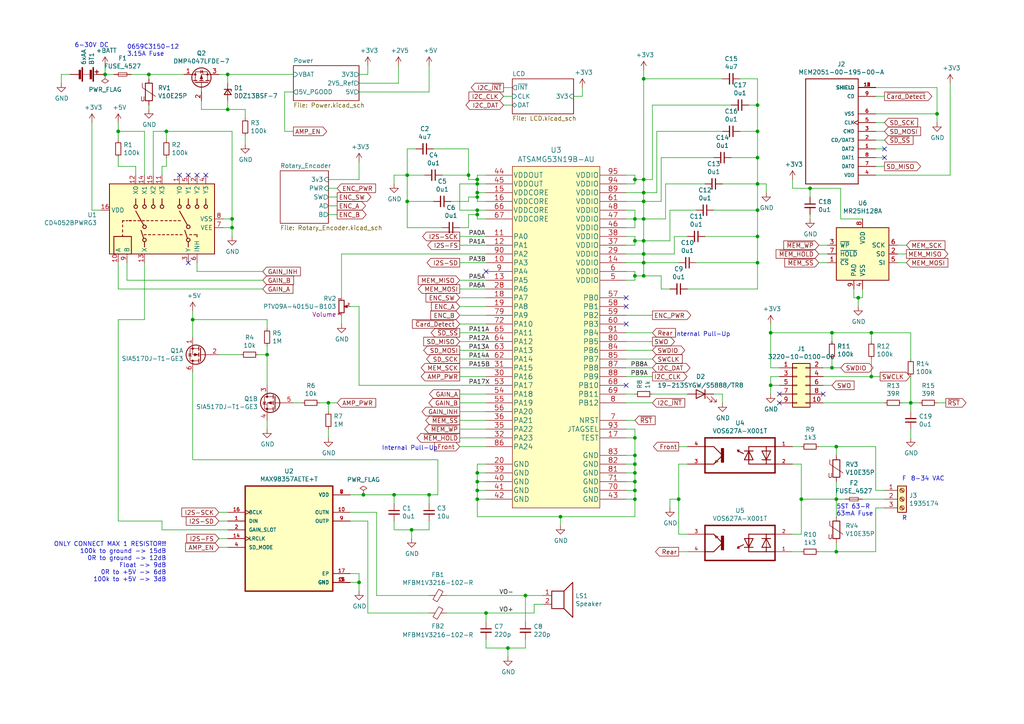
<source format=kicad_sch>
(kicad_sch (version 20211123) (generator eeschema)
  (paper "A4")
  (title_block (title "Musical Doorbell") (date "2022-01-09") (rev "A") (company "Michael Lazernik"))
  (junction (at 104.14 168.91))
  (junction (at 241.3 96.52))
  (junction (at 252.73 96.52))
  (junction (at 30.48 21.59))
  (junction (at 138.43 60.96))
  (junction (at 242.57 144.78))
  (junction (at 66.04 21.59))
  (junction (at 252.73 109.22))
  (junction (at 219.71 45.72))
  (junction (at 184.15 132.08))
  (junction (at 55.88 92.71))
  (junction (at 223.52 111.76))
  (junction (at 271.78 33.02))
  (junction (at 138.43 139.7))
  (junction (at 184.15 63.5))
  (junction (at 242.57 129.54))
  (junction (at 242.57 160.02))
  (junction (at 186.69 80.01))
  (junction (at 196.85 144.78))
  (junction (at 219.71 68.58))
  (junction (at 232.41 144.78))
  (junction (at 124.46 143.51))
  (junction (at 184.15 137.16))
  (junction (at 223.52 96.52))
  (junction (at 105.41 143.51))
  (junction (at 118.11 58.42))
  (junction (at 138.43 62.23))
  (junction (at 186.69 76.2))
  (junction (at 186.69 55.88))
  (junction (at 140.97 177.8))
  (junction (at 186.69 52.07))
  (junction (at 184.15 127))
  (junction (at 138.43 55.88))
  (junction (at 184.15 80.01))
  (junction (at 184.15 134.62))
  (junction (at 219.71 76.2))
  (junction (at 138.43 142.24))
  (junction (at 264.16 116.84))
  (junction (at 219.71 38.1))
  (junction (at 138.43 144.78))
  (junction (at 184.15 142.24))
  (junction (at 119.38 153.67))
  (junction (at 67.31 66.04))
  (junction (at 248.92 86.36))
  (junction (at 95.25 116.84))
  (junction (at 138.43 52.07))
  (junction (at 43.18 21.59))
  (junction (at 34.29 38.1))
  (junction (at 186.69 69.85))
  (junction (at 241.3 106.68))
  (junction (at 152.4 172.72))
  (junction (at 118.11 50.8))
  (junction (at 67.31 63.5))
  (junction (at 138.43 137.16))
  (junction (at 138.43 53.34))
  (junction (at 219.71 53.34))
  (junction (at 184.15 69.85))
  (junction (at 184.15 144.78))
  (junction (at 186.69 73.66))
  (junction (at 114.3 143.51))
  (junction (at 184.15 52.07))
  (junction (at 138.43 57.15))
  (junction (at 234.95 54.61))
  (junction (at 186.69 63.5))
  (junction (at 48.26 38.1))
  (junction (at 135.89 50.8))
  (junction (at 184.15 139.7))
  (junction (at 186.69 22.86))
  (junction (at 162.56 149.86))
  (junction (at 147.32 187.96))
  (junction (at 66.04 31.75))
  (junction (at 219.71 30.48))
  (junction (at 77.47 102.87))
  (junction (at 186.69 58.42))
  (junction (at 219.71 60.96))
  (no_connect (at 181.61 86.36))
  (no_connect (at 226.06 114.3))
  (no_connect (at 181.61 88.9))
  (no_connect (at 226.06 116.84))
  (no_connect (at 140.97 78.74))
  (no_connect (at 52.07 50.8))
  (no_connect (at 256.54 45.72))
  (no_connect (at 54.61 76.2))
  (no_connect (at 59.69 50.8))
  (no_connect (at 256.54 43.18))
  (no_connect (at 57.15 50.8))
  (no_connect (at 54.61 50.8))
  (no_connect (at 181.61 93.98))
  (no_connect (at 238.76 114.3))
  (no_connect (at 181.61 111.76))
  (wire (pts (xy 238.76 116.84) (xy 256.54 116.84)))
  (wire (pts (xy 184.15 52.07) (xy 184.15 53.34)))
  (wire (pts (xy 219.71 53.34) (xy 219.71 60.96)))
  (wire (pts (xy 124.46 143.51) (xy 124.46 146.05)))
  (wire (pts (xy 138.43 52.07) (xy 135.89 52.07)))
  (wire (pts (xy 114.3 50.8) (xy 114.3 53.34)))
  (wire (pts (xy 247.65 86.36) (xy 248.92 86.36)))
  (wire (pts (xy 101.6 88.9) (xy 104.14 88.9)))
  (wire (pts (xy 275.59 50.8) (xy 275.59 24.13)))
  (wire (pts (xy 184.15 134.62) (xy 184.15 137.16)))
  (wire (pts (xy 138.43 142.24) (xy 138.43 144.78)))
  (wire (pts (xy 186.69 55.88) (xy 186.69 52.07)))
  (wire (pts (xy 114.3 50.8) (xy 118.11 50.8)))
  (wire (pts (xy 39.37 48.26) (xy 34.29 48.26)))
  (wire (pts (xy 135.89 43.18) (xy 125.73 43.18)))
  (wire (pts (xy 85.09 26.67) (xy 82.55 26.67)))
  (wire (pts (xy 55.88 92.71) (xy 55.88 90.17)))
  (wire (pts (xy 34.29 38.1) (xy 34.29 35.56)))
  (wire (pts (xy 219.71 53.34) (xy 222.25 53.34)))
  (wire (pts (xy 264.16 96.52) (xy 252.73 96.52)))
  (wire (pts (xy 240.03 73.66) (xy 237.49 73.66)))
  (wire (pts (xy 223.52 96.52) (xy 223.52 106.68)))
  (wire (pts (xy 262.89 76.2) (xy 260.35 76.2)))
  (wire (pts (xy 271.78 33.02) (xy 271.78 35.56)))
  (wire (pts (xy 223.52 109.22) (xy 223.52 111.76)))
  (wire (pts (xy 48.26 38.1) (xy 48.26 40.64)))
  (wire (pts (xy 44.45 38.1) (xy 48.26 38.1)))
  (wire (pts (xy 46.99 153.67) (xy 46.99 151.13)))
  (wire (pts (xy 106.68 21.59) (xy 106.68 19.05)))
  (wire (pts (xy 43.18 21.59) (xy 38.1 21.59)))
  (wire (pts (xy 133.35 71.12) (xy 140.97 71.12)))
  (wire (pts (xy 114.3 143.51) (xy 114.3 146.05)))
  (wire (pts (xy 232.41 134.62) (xy 232.41 144.78)))
  (wire (pts (xy 140.97 114.3) (xy 133.35 114.3)))
  (wire (pts (xy 66.04 21.59) (xy 63.5 21.59)))
  (wire (pts (xy 168.91 27.94) (xy 168.91 25.4)))
  (wire (pts (xy 254 43.18) (xy 256.54 43.18)))
  (wire (pts (xy 181.61 132.08) (xy 184.15 132.08)))
  (wire (pts (xy 36.83 76.2) (xy 36.83 81.28)))
  (wire (pts (xy 135.89 52.07) (xy 135.89 50.8)))
  (wire (pts (xy 238.76 111.76) (xy 241.3 111.76)))
  (wire (pts (xy 152.4 187.96) (xy 147.32 187.96)))
  (wire (pts (xy 104.14 166.37) (xy 104.14 168.91)))
  (wire (pts (xy 63.5 151.13) (xy 66.04 151.13)))
  (wire (pts (xy 229.87 160.02) (xy 232.41 160.02)))
  (wire (pts (xy 186.69 73.66) (xy 186.69 69.85)))
  (wire (pts (xy 30.48 19.05) (xy 30.48 21.59)))
  (wire (pts (xy 125.73 58.42) (xy 118.11 58.42)))
  (wire (pts (xy 138.43 63.5) (xy 140.97 63.5)))
  (wire (pts (xy 237.49 160.02) (xy 242.57 160.02)))
  (wire (pts (xy 101.6 168.91) (xy 104.14 168.91)))
  (wire (pts (xy 140.97 124.46) (xy 133.35 124.46)))
  (wire (pts (xy 186.69 22.86) (xy 209.55 22.86)))
  (wire (pts (xy 66.04 21.59) (xy 85.09 21.59)))
  (wire (pts (xy 140.97 177.8) (xy 140.97 180.34)))
  (wire (pts (xy 226.06 106.68) (xy 223.52 106.68)))
  (wire (pts (xy 46.99 50.8) (xy 46.99 48.26)))
  (wire (pts (xy 181.61 91.44) (xy 189.23 91.44)))
  (wire (pts (xy 254 129.54) (xy 242.57 129.54)))
  (wire (pts (xy 67.31 38.1) (xy 67.31 63.5)))
  (wire (pts (xy 133.35 53.34) (xy 133.35 60.96)))
  (wire (pts (xy 189.23 116.84) (xy 181.61 116.84)))
  (wire (pts (xy 109.22 172.72) (xy 124.46 172.72)))
  (wire (pts (xy 184.15 80.01) (xy 184.15 81.28)))
  (wire (pts (xy 92.71 116.84) (xy 95.25 116.84)))
  (wire (pts (xy 147.32 187.96) (xy 147.32 190.5)))
  (wire (pts (xy 181.61 68.58) (xy 184.15 68.58)))
  (wire (pts (xy 223.52 96.52) (xy 223.52 93.98)))
  (wire (pts (xy 133.35 68.58) (xy 140.97 68.58)))
  (wire (pts (xy 254 160.02) (xy 242.57 160.02)))
  (wire (pts (xy 99.06 73.66) (xy 140.97 73.66)))
  (wire (pts (xy 127 133.35) (xy 127 143.51)))
  (wire (pts (xy 254 40.64) (xy 256.54 40.64)))
  (wire (pts (xy 123.19 50.8) (xy 118.11 50.8)))
  (wire (pts (xy 254 38.1) (xy 256.54 38.1)))
  (wire (pts (xy 204.47 68.58) (xy 219.71 68.58)))
  (wire (pts (xy 250.19 63.5) (xy 243.84 63.5)))
  (wire (pts (xy 97.79 57.15) (xy 95.25 57.15)))
  (wire (pts (xy 201.93 76.2) (xy 219.71 76.2)))
  (wire (pts (xy 181.61 101.6) (xy 189.23 101.6)))
  (wire (pts (xy 55.88 92.71) (xy 77.47 92.71)))
  (wire (pts (xy 219.71 30.48) (xy 219.71 38.1)))
  (wire (pts (xy 181.61 139.7) (xy 184.15 139.7)))
  (wire (pts (xy 55.88 107.95) (xy 55.88 133.35)))
  (wire (pts (xy 140.97 104.14) (xy 133.35 104.14)))
  (wire (pts (xy 129.54 177.8) (xy 140.97 177.8)))
  (wire (pts (xy 219.71 76.2) (xy 219.71 83.82)))
  (wire (pts (xy 66.04 156.21) (xy 63.5 156.21)))
  (wire (pts (xy 184.15 69.85) (xy 186.69 69.85)))
  (wire (pts (xy 135.89 66.04) (xy 133.35 66.04)))
  (wire (pts (xy 229.87 154.94) (xy 232.41 154.94)))
  (wire (pts (xy 191.77 45.72) (xy 207.01 45.72)))
  (wire (pts (xy 186.69 22.86) (xy 186.69 20.32)))
  (wire (pts (xy 138.43 53.34) (xy 138.43 55.88)))
  (wire (pts (xy 190.5 38.1) (xy 209.55 38.1)))
  (wire (pts (xy 85.09 116.84) (xy 87.63 116.84)))
  (wire (pts (xy 140.97 106.68) (xy 133.35 106.68)))
  (wire (pts (xy 254 35.56) (xy 256.54 35.56)))
  (wire (pts (xy 194.31 69.85) (xy 194.31 60.96)))
  (wire (pts (xy 104.14 88.9) (xy 104.14 111.76)))
  (wire (pts (xy 138.43 53.34) (xy 140.97 53.34)))
  (wire (pts (xy 241.3 96.52) (xy 223.52 96.52)))
  (wire (pts (xy 140.97 60.96) (xy 138.43 60.96)))
  (wire (pts (xy 140.97 137.16) (xy 138.43 137.16)))
  (wire (pts (xy 184.15 63.5) (xy 186.69 63.5)))
  (wire (pts (xy 34.29 38.1) (xy 34.29 40.64)))
  (wire (pts (xy 264.16 96.52) (xy 264.16 104.14)))
  (wire (pts (xy 184.15 137.16) (xy 184.15 139.7)))
  (wire (pts (xy 30.48 21.59) (xy 33.02 21.59)))
  (wire (pts (xy 247.65 83.82) (xy 247.65 86.36)))
  (wire (pts (xy 184.15 66.04) (xy 184.15 63.5)))
  (wire (pts (xy 194.31 144.78) (xy 194.31 147.32)))
  (wire (pts (xy 256.54 147.32) (xy 254 147.32)))
  (wire (pts (xy 271.78 25.4) (xy 271.78 33.02)))
  (wire (pts (xy 219.71 60.96) (xy 219.71 68.58)))
  (wire (pts (xy 184.15 121.92) (xy 181.61 121.92)))
  (wire (pts (xy 264.16 109.22) (xy 264.16 116.84)))
  (wire (pts (xy 181.61 96.52) (xy 189.23 96.52)))
  (wire (pts (xy 219.71 30.48) (xy 219.71 22.86)))
  (wire (pts (xy 261.62 116.84) (xy 264.16 116.84)))
  (wire (pts (xy 119.38 156.21) (xy 119.38 153.67)))
  (wire (pts (xy 243.84 54.61) (xy 234.95 54.61)))
  (wire (pts (xy 34.29 92.71) (xy 41.91 92.71)))
  (wire (pts (xy 184.15 68.58) (xy 184.15 69.85)))
  (wire (pts (xy 232.41 144.78) (xy 232.41 154.94)))
  (wire (pts (xy 189.23 52.07) (xy 189.23 30.48)))
  (wire (pts (xy 181.61 104.14) (xy 189.23 104.14)))
  (wire (pts (xy 191.77 80.01) (xy 191.77 83.82)))
  (wire (pts (xy 43.18 21.59) (xy 53.34 21.59)))
  (wire (pts (xy 252.73 104.14) (xy 252.73 109.22)))
  (wire (pts (xy 209.55 116.84) (xy 209.55 114.3)))
  (wire (pts (xy 254 147.32) (xy 254 160.02)))
  (wire (pts (xy 41.91 76.2) (xy 41.91 92.71)))
  (wire (pts (xy 207.01 60.96) (xy 219.71 60.96)))
  (wire (pts (xy 252.73 109.22) (xy 255.27 109.22)))
  (wire (pts (xy 133.35 60.96) (xy 138.43 60.96)))
  (wire (pts (xy 184.15 144.78) (xy 181.61 144.78)))
  (wire (pts (xy 241.3 96.52) (xy 241.3 99.06)))
  (wire (pts (xy 66.04 31.75) (xy 71.12 31.75)))
  (wire (pts (xy 138.43 144.78) (xy 140.97 144.78)))
  (wire (pts (xy 114.3 153.67) (xy 119.38 153.67)))
  (wire (pts (xy 152.4 185.42) (xy 152.4 187.96)))
  (wire (pts (xy 241.3 106.68) (xy 243.84 106.68)))
  (wire (pts (xy 140.97 91.44) (xy 133.35 91.44)))
  (wire (pts (xy 214.63 38.1) (xy 219.71 38.1)))
  (wire (pts (xy 140.97 127) (xy 133.35 127)))
  (wire (pts (xy 181.61 60.96) (xy 184.15 60.96)))
  (wire (pts (xy 66.04 153.67) (xy 46.99 153.67)))
  (wire (pts (xy 252.73 96.52) (xy 252.73 99.06)))
  (wire (pts (xy 241.3 106.68) (xy 241.3 104.14)))
  (wire (pts (xy 48.26 48.26) (xy 48.26 45.72)))
  (wire (pts (xy 55.88 92.71) (xy 55.88 97.79)))
  (wire (pts (xy 138.43 62.23) (xy 135.89 62.23)))
  (wire (pts (xy 264.16 116.84) (xy 264.16 119.38)))
  (wire (pts (xy 77.47 102.87) (xy 77.47 111.76)))
  (wire (pts (xy 140.97 134.62) (xy 138.43 134.62)))
  (wire (pts (xy 184.15 71.12) (xy 181.61 71.12)))
  (wire (pts (xy 189.23 109.22) (xy 181.61 109.22)))
  (wire (pts (xy 77.47 95.25) (xy 77.47 92.71)))
  (wire (pts (xy 133.35 93.98) (xy 140.97 93.98)))
  (wire (pts (xy 184.15 149.86) (xy 162.56 149.86)))
  (wire (pts (xy 138.43 52.07) (xy 138.43 53.34)))
  (wire (pts (xy 229.87 54.61) (xy 234.95 54.61)))
  (wire (pts (xy 55.88 133.35) (xy 127 133.35)))
  (wire (pts (xy 184.15 69.85) (xy 184.15 71.12)))
  (wire (pts (xy 195.58 73.66) (xy 195.58 68.58)))
  (wire (pts (xy 190.5 55.88) (xy 190.5 38.1)))
  (wire (pts (xy 184.15 63.5) (xy 181.61 63.5)))
  (wire (pts (xy 138.43 60.96) (xy 138.43 62.23)))
  (wire (pts (xy 243.84 54.61) (xy 243.84 63.5)))
  (wire (pts (xy 184.15 81.28) (xy 181.61 81.28)))
  (wire (pts (xy 154.94 177.8) (xy 154.94 175.26)))
  (wire (pts (xy 193.04 53.34) (xy 204.47 53.34)))
  (wire (pts (xy 140.97 116.84) (xy 133.35 116.84)))
  (wire (pts (xy 254 142.24) (xy 254 129.54)))
  (wire (pts (xy 101.6 151.13) (xy 106.68 151.13)))
  (wire (pts (xy 71.12 31.75) (xy 71.12 34.29)))
  (wire (pts (xy 196.85 134.62) (xy 196.85 144.78)))
  (wire (pts (xy 222.25 53.34) (xy 222.25 55.88)))
  (wire (pts (xy 140.97 50.8) (xy 138.43 50.8)))
  (wire (pts (xy 140.97 99.06) (xy 133.35 99.06)))
  (wire (pts (xy 254 50.8) (xy 275.59 50.8)))
  (wire (pts (xy 140.97 96.52) (xy 133.35 96.52)))
  (wire (pts (xy 181.61 99.06) (xy 189.23 99.06)))
  (wire (pts (xy 67.31 66.04) (xy 67.31 68.58)))
  (wire (pts (xy 118.11 43.18) (xy 118.11 50.8)))
  (wire (pts (xy 242.57 139.7) (xy 242.57 144.78)))
  (wire (pts (xy 199.39 154.94) (xy 196.85 154.94)))
  (wire (pts (xy 138.43 50.8) (xy 138.43 52.07)))
  (wire (pts (xy 138.43 57.15) (xy 135.89 57.15)))
  (wire (pts (xy 254 48.26) (xy 256.54 48.26)))
  (wire (pts (xy 219.71 45.72) (xy 219.71 53.34)))
  (wire (pts (xy 58.42 31.75) (xy 58.42 29.21)))
  (wire (pts (xy 237.49 129.54) (xy 242.57 129.54)))
  (wire (pts (xy 67.31 63.5) (xy 64.77 63.5)))
  (wire (pts (xy 66.04 29.21) (xy 66.04 31.75)))
  (wire (pts (xy 254 27.94) (xy 256.54 27.94)))
  (wire (pts (xy 104.14 26.67) (xy 124.46 26.67)))
  (wire (pts (xy 95.25 116.84) (xy 97.79 116.84)))
  (wire (pts (xy 186.69 80.01) (xy 191.77 80.01)))
  (wire (pts (xy 184.15 80.01) (xy 186.69 80.01)))
  (wire (pts (xy 186.69 52.07) (xy 189.23 52.07)))
  (wire (pts (xy 95.25 124.46) (xy 95.25 127)))
  (wire (pts (xy 63.5 148.59) (xy 66.04 148.59)))
  (wire (pts (xy 85.09 38.1) (xy 82.55 38.1)))
  (wire (pts (xy 133.35 81.28) (xy 140.97 81.28)))
  (wire (pts (xy 184.15 52.07) (xy 186.69 52.07)))
  (wire (pts (xy 99.06 91.44) (xy 99.06 93.98)))
  (wire (pts (xy 162.56 149.86) (xy 162.56 152.4)))
  (wire (pts (xy 34.29 48.26) (xy 34.29 45.72)))
  (wire (pts (xy 184.15 60.96) (xy 184.15 63.5)))
  (wire (pts (xy 184.15 139.7) (xy 184.15 142.24)))
  (wire (pts (xy 186.69 69.85) (xy 186.69 63.5)))
  (wire (pts (xy 184.15 50.8) (xy 184.15 52.07)))
  (wire (pts (xy 209.55 53.34) (xy 219.71 53.34)))
  (wire (pts (xy 95.25 52.07) (xy 104.14 52.07)))
  (wire (pts (xy 152.4 172.72) (xy 157.48 172.72)))
  (wire (pts (xy 138.43 139.7) (xy 138.43 142.24)))
  (wire (pts (xy 186.69 22.86) (xy 186.69 52.07)))
  (wire (pts (xy 138.43 137.16) (xy 138.43 139.7)))
  (wire (pts (xy 138.43 149.86) (xy 138.43 144.78)))
  (wire (pts (xy 48.26 38.1) (xy 67.31 38.1)))
  (wire (pts (xy 109.22 148.59) (xy 109.22 172.72)))
  (wire (pts (xy 124.46 143.51) (xy 127 143.51)))
  (wire (pts (xy 189.23 30.48) (xy 212.09 30.48)))
  (wire (pts (xy 199.39 114.3) (xy 189.23 114.3)))
  (wire (pts (xy 140.97 86.36) (xy 133.35 86.36)))
  (wire (pts (xy 181.61 66.04) (xy 184.15 66.04)))
  (wire (pts (xy 138.43 55.88) (xy 138.43 57.15)))
  (wire (pts (xy 20.32 21.59) (xy 17.78 21.59)))
  (wire (pts (xy 186.69 69.85) (xy 194.31 69.85)))
  (wire (pts (xy 238.76 109.22) (xy 252.73 109.22)))
  (wire (pts (xy 219.71 22.86) (xy 214.63 22.86)))
  (wire (pts (xy 34.29 151.13) (xy 46.99 151.13)))
  (wire (pts (xy 219.71 83.82) (xy 199.39 83.82)))
  (wire (pts (xy 196.85 144.78) (xy 194.31 144.78)))
  (wire (pts (xy 229.87 54.61) (xy 229.87 52.07)))
  (wire (pts (xy 140.97 55.88) (xy 138.43 55.88)))
  (wire (pts (xy 66.04 24.13) (xy 66.04 21.59)))
  (wire (pts (xy 181.61 134.62) (xy 184.15 134.62)))
  (wire (pts (xy 104.14 21.59) (xy 106.68 21.59)))
  (wire (pts (xy 63.5 102.87) (xy 69.85 102.87)))
  (wire (pts (xy 186.69 63.5) (xy 186.69 58.42)))
  (wire (pts (xy 212.09 45.72) (xy 219.71 45.72)))
  (wire (pts (xy 196.85 160.02) (xy 199.39 160.02)))
  (wire (pts (xy 186.69 63.5) (xy 193.04 63.5)))
  (wire (pts (xy 140.97 187.96) (xy 147.32 187.96)))
  (wire (pts (xy 191.77 58.42) (xy 191.77 45.72)))
  (wire (pts (xy 266.7 116.84) (xy 264.16 116.84)))
  (wire (pts (xy 138.43 134.62) (xy 138.43 137.16)))
  (wire (pts (xy 184.15 124.46) (xy 184.15 127)))
  (wire (pts (xy 140.97 88.9) (xy 133.35 88.9)))
  (wire (pts (xy 254 45.72) (xy 256.54 45.72)))
  (wire (pts (xy 133.35 76.2) (xy 140.97 76.2)))
  (wire (pts (xy 242.57 144.78) (xy 242.57 149.86)))
  (wire (pts (xy 181.61 127) (xy 184.15 127)))
  (wire (pts (xy 101.6 143.51) (xy 105.41 143.51)))
  (wire (pts (xy 138.43 57.15) (xy 138.43 58.42)))
  (wire (pts (xy 186.69 58.42) (xy 191.77 58.42)))
  (wire (pts (xy 17.78 21.59) (xy 17.78 24.13)))
  (wire (pts (xy 250.19 86.36) (xy 250.19 83.82)))
  (wire (pts (xy 184.15 127) (xy 184.15 132.08)))
  (wire (pts (xy 77.47 121.92) (xy 77.47 124.46)))
  (wire (pts (xy 140.97 139.7) (xy 138.43 139.7)))
  (wire (pts (xy 191.77 83.82) (xy 194.31 83.82)))
  (wire (pts (xy 104.14 168.91) (xy 104.14 171.45)))
  (wire (pts (xy 146.05 30.48) (xy 148.59 30.48)))
  (wire (pts (xy 95.25 116.84) (xy 95.25 119.38)))
  (wire (pts (xy 66.04 31.75) (xy 58.42 31.75)))
  (wire (pts (xy 106.68 177.8) (xy 124.46 177.8)))
  (wire (pts (xy 195.58 68.58) (xy 199.39 68.58)))
  (wire (pts (xy 29.21 60.96) (xy 26.67 60.96)))
  (wire (pts (xy 237.49 76.2) (xy 240.03 76.2)))
  (wire (pts (xy 140.97 121.92) (xy 133.35 121.92)))
  (wire (pts (xy 34.29 92.71) (xy 34.29 151.13)))
  (wire (pts (xy 135.89 50.8) (xy 128.27 50.8)))
  (wire (pts (xy 57.15 76.2) (xy 57.15 78.74)))
  (wire (pts (xy 34.29 83.82) (xy 76.2 83.82)))
  (wire (pts (xy 154.94 175.26) (xy 157.48 175.26)))
  (wire (pts (xy 135.89 58.42) (xy 130.81 58.42)))
  (wire (pts (xy 104.14 111.76) (xy 140.97 111.76)))
  (wire (pts (xy 189.23 106.68) (xy 181.61 106.68)))
  (wire (pts (xy 104.14 52.07) (xy 104.14 46.99)))
  (wire (pts (xy 181.61 55.88) (xy 186.69 55.88)))
  (wire (pts (xy 71.12 39.37) (xy 71.12 41.91)))
  (wire (pts (xy 184.15 78.74) (xy 184.15 80.01)))
  (wire (pts (xy 184.15 114.3) (xy 181.61 114.3)))
  (wire (pts (xy 133.35 83.82) (xy 140.97 83.82)))
  (wire (pts (xy 248.92 86.36) (xy 248.92 88.9)))
  (wire (pts (xy 135.89 50.8) (xy 135.89 43.18)))
  (wire (pts (xy 148.59 27.94) (xy 146.05 27.94)))
  (wire (pts (xy 196.85 144.78) (xy 196.85 154.94)))
  (wire (pts (xy 193.04 63.5) (xy 193.04 53.34)))
  (wire (pts (xy 181.61 124.46) (xy 184.15 124.46)))
  (wire (pts (xy 34.29 76.2) (xy 34.29 83.82)))
  (wire (pts (xy 232.41 134.62) (xy 229.87 134.62)))
  (wire (pts (xy 242.57 157.48) (xy 242.57 160.02)))
  (wire (pts (xy 97.79 59.69) (xy 95.25 59.69)))
  (wire (pts (xy 97.79 54.61) (xy 95.25 54.61)))
  (wire (pts (xy 146.05 25.4) (xy 148.59 25.4)))
  (wire (pts (xy 43.18 22.86) (xy 43.18 21.59)))
  (wire (pts (xy 252.73 96.52) (xy 241.3 96.52)))
  (wire (pts (xy 186.69 76.2) (xy 186.69 73.66)))
  (wire (pts (xy 181.61 78.74) (xy 184.15 78.74)))
  (wire (pts (xy 248.92 86.36) (xy 250.19 86.36)))
  (wire (pts (xy 223.52 111.76) (xy 226.06 111.76)))
  (wire (pts (xy 186.69 55.88) (xy 190.5 55.88)))
  (wire (pts (xy 186.69 58.42) (xy 186.69 55.88)))
  (wire (pts (xy 39.37 50.8) (xy 39.37 48.26)))
  (wire (pts (xy 199.39 129.54) (xy 196.85 129.54)))
  (wire (pts (xy 74.93 102.87) (xy 77.47 102.87)))
  (wire (pts (xy 232.41 144.78) (xy 242.57 144.78)))
  (wire (pts (xy 115.57 24.13) (xy 115.57 19.05)))
  (wire (pts (xy 226.06 109.22) (xy 223.52 109.22)))
  (wire (pts (xy 26.67 35.56) (xy 26.67 60.96)))
  (wire (pts (xy 118.11 66.04) (xy 128.27 66.04)))
  (wire (pts (xy 138.43 62.23) (xy 138.43 63.5)))
  (wire (pts (xy 124.46 26.67) (xy 124.46 19.05)))
  (wire (pts (xy 120.65 43.18) (xy 118.11 43.18)))
  (wire (pts (xy 194.31 60.96) (xy 201.93 60.96)))
  (wire (pts (xy 262.89 73.66) (xy 260.35 73.66)))
  (wire (pts (xy 66.04 158.75) (xy 63.5 158.75)))
  (wire (pts (xy 105.41 143.51) (xy 114.3 143.51)))
  (wire (pts (xy 140.97 185.42) (xy 140.97 187.96)))
  (wire (pts (xy 234.95 62.23) (xy 234.95 63.5)))
  (wire (pts (xy 186.69 76.2) (xy 196.85 76.2)))
  (wire (pts (xy 106.68 151.13) (xy 106.68 177.8)))
  (wire (pts (xy 140.97 177.8) (xy 154.94 177.8)))
  (wire (pts (xy 101.6 166.37) (xy 104.14 166.37)))
  (wire (pts (xy 46.99 48.26) (xy 48.26 48.26)))
  (wire (pts (xy 101.6 148.59) (xy 109.22 148.59)))
  (wire (pts (xy 97.79 62.23) (xy 95.25 62.23)))
  (wire (pts (xy 140.97 129.54) (xy 133.35 129.54)))
  (wire (pts (xy 181.61 137.16) (xy 184.15 137.16)))
  (wire (pts (xy 184.15 53.34) (xy 181.61 53.34)))
  (wire (pts (xy 129.54 172.72) (xy 152.4 172.72)))
  (wire (pts (xy 41.91 38.1) (xy 41.91 50.8)))
  (wire (pts (xy 140.97 142.24) (xy 138.43 142.24)))
  (wire (pts (xy 135.89 57.15) (xy 135.89 58.42)))
  (wire (pts (xy 256.54 144.78) (xy 250.19 144.78)))
  (wire (pts (xy 184.15 132.08) (xy 184.15 134.62)))
  (wire (pts (xy 140.97 101.6) (xy 133.35 101.6)))
  (wire (pts (xy 254 25.4) (xy 271.78 25.4)))
  (wire (pts (xy 67.31 63.5) (xy 67.31 66.04)))
  (wire (pts (xy 140.97 119.38) (xy 133.35 119.38)))
  (wire (pts (xy 181.61 76.2) (xy 186.69 76.2)))
  (wire (pts (xy 119.38 153.67) (xy 124.46 153.67)))
  (wire (pts (xy 43.18 30.48) (xy 43.18 31.75)))
  (wire (pts (xy 99.06 73.66) (xy 99.06 86.36)))
  (wire (pts (xy 124.46 153.67) (xy 124.46 151.13)))
  (wire (pts (xy 234.95 54.61) (xy 234.95 57.15)))
  (wire (pts (xy 64.77 66.04) (xy 67.31 66.04)))
  (wire (pts (xy 104.14 24.13) (xy 115.57 24.13)))
  (wire (pts (xy 242.57 144.78) (xy 245.11 144.78)))
  (wire (pts (xy 238.76 106.68) (xy 241.3 106.68)))
  (wire (pts (xy 57.15 78.74) (xy 76.2 78.74)))
  (wire (pts (xy 262.89 71.12) (xy 260.35 71.12)))
  (wire (pts (xy 186.69 73.66) (xy 195.58 73.66)))
  (wire (pts (xy 44.45 50.8) (xy 44.45 38.1)))
  (wire (pts (xy 181.61 58.42) (xy 186.69 58.42)))
  (wire (pts (xy 217.17 30.48) (xy 219.71 30.48)))
  (wire (pts (xy 184.15 144.78) (xy 184.15 149.86)))
  (wire (pts (xy 181.61 50.8) (xy 184.15 50.8)))
  (wire (pts (xy 219.71 68.58) (xy 219.71 76.2)))
  (wire (pts (xy 237.49 71.12) (xy 240.03 71.12)))
  (wire (pts (xy 135.89 62.23) (xy 135.89 66.04)))
  (wire (pts (xy 114.3 151.13) (xy 114.3 153.67)))
  (wire (pts (xy 118.11 58.42) (xy 118.11 66.04)))
  (wire (pts (xy 138.43 53.34) (xy 133.35 53.34)))
  (wire (pts (xy 138.43 58.42) (xy 140.97 58.42)))
  (wire (pts (xy 82.55 26.67) (xy 82.55 38.1)))
  (wire (pts (xy 242.57 129.54) (xy 242.57 132.08)))
  (wire (pts (xy 140.97 109.22) (xy 133.35 109.22)))
  (wire (pts (xy 36.83 81.28) (xy 76.2 81.28)))
  (wire (pts (xy 223.52 111.76) (xy 223.52 114.3)))
  (wire (pts (xy 181.61 73.66) (xy 186.69 73.66)))
  (wire (pts (xy 77.47 102.87) (xy 77.47 100.33)))
  (wire (pts (xy 256.54 142.24) (xy 254 142.24)))
  (wire (pts (xy 271.78 116.84) (xy 274.32 116.84)))
  (wire (pts (xy 152.4 172.72) (xy 152.4 180.34)))
  (wire (pts (xy 114.3 143.51) (xy 124.46 143.51)))
  (wire (pts (xy 229.87 129.54) (xy 232.41 129.54)))
  (wire (pts (xy 166.37 27.94) (xy 168.91 27.94)))
  (wire (pts (xy 184.15 142.24) (xy 184.15 144.78)))
  (wire (pts (xy 34.29 38.1) (xy 41.91 38.1)))
  (wire (pts (xy 199.39 134.62) (xy 196.85 134.62)))
  (wire (pts (xy 271.78 33.02) (xy 254 33.02)))
  (wire (pts (xy 118.11 50.8) (xy 118.11 58.42)))
  (wire (pts (xy 162.56 149.86) (xy 138.43 149.86)))
  (wire (pts (xy 181.61 142.24) (xy 184.15 142.24)))
  (wire (pts (xy 209.55 114.3) (xy 207.01 114.3)))
  (wire (pts (xy 186.69 80.01) (xy 186.69 76.2)))
  (wire (pts (xy 219.71 38.1) (xy 219.71 45.72)))
  (wire (pts (xy 264.16 124.46) (xy 264.16 127)))
  (text "F" (at 261.62 139.7 0) (effects (font (size 1.27 1.27)) (justify left bottom)))
  (text "6-30V DC" (at 21.59 13.97 0) (effects (font (size 1.27 1.27)) (justify left bottom)))
  (text "Internal Pull-Up" (at 127 130.81 180) (effects (font (size 1.27 1.27)) (justify right bottom)))
  (text "8-34 VAC" (at 264.16 139.7 0) (effects (font (size 1.27 1.27)) (justify left bottom)))
  (text "R" (at 261.62 151.13 0) (effects (font (size 1.27 1.27)) (justify left bottom)))
  (text "Internal Pull-Up" (at 195.58 97.79 0) (effects (font (size 1.27 1.27)) (justify left bottom)))
  (text "0659C3150-12\n3.15A Fuse" (at 36.83 16.51 0) (effects (font (size 1.27 1.27)) (justify left bottom)))
  (text "ONLY CONNECT MAX 1 RESISTOR!!\n100k to ground -> 15dB\n0R to ground -> 12dB\nFloat -> 9dB\n0R to +5V -> 6dB\n100k to +5V -> 3dB" (at 48.26 168.91 0) (effects (font (size 1.27 1.27)) (justify right bottom)))
  (text "5ST 63-R\n63mA Fuse" (at 242.57 149.86 0) (effects (font (size 1.27 1.27)) (justify left bottom)))
  (label "PB8A" (at 182.88 106.68 0))
  (label "PB9A" (at 182.88 109.22 0))
  (label "PA12A" (at 135.89 99.06 0))
  (label "PA13A" (at 135.89 101.6 0))
  (label "PA3B" (at 135.89 76.2 0))
  (label "PA17X" (at 135.89 111.76 0))
  (label "PA14A" (at 135.89 104.14 0))
  (label "PA6A" (at 135.89 83.82 0))
  (label "PA5A" (at 135.89 81.28 0))
  (label "PA0A" (at 135.89 68.58 0))
  (label "VO-" (at 144.78 172.72 0))
  (label "PA15B" (at 135.89 106.68 0))
  (label "VO+" (at 144.78 177.8 0))
  (label "PA1A" (at 135.89 71.12 0))
  (label "PA11A" (at 135.89 96.52 0))
  (global_label "~{RST}" (shape output) (at 274.32 116.84 0) (property "Intersheet References" "${INTERSHEET_REFS}" (effects hide)))
  (global_label "SD_SCK" (shape output) (at 133.35 104.14 180) (property "Intersheet References" "${INTERSHEET_REFS}" (effects hide)))
  (global_label "Rear" (shape output) (at 196.85 160.02 180) (property "Intersheet References" "${INTERSHEET_REFS}" (effects hide)))
  (global_label "ENC_PWR" (shape output) (at 189.23 91.44 0) (property "Intersheet References" "${INTERSHEET_REFS}" (effects hide)))
  (global_label "ENC_SW" (shape input) (at 133.35 86.36 180) (property "Intersheet References" "${INTERSHEET_REFS}" (effects hide)))
  (global_label "SWDIO" (shape bidirectional) (at 243.84 106.68 0) (property "Intersheet References" "${INTERSHEET_REFS}" (effects hide)))
  (global_label "SD_MISO" (shape input) (at 133.35 99.06 180) (property "Intersheet References" "${INTERSHEET_REFS}" (effects hide)))
  (global_label "AMP_PWR" (shape output) (at 133.35 109.22 180) (property "Intersheet References" "${INTERSHEET_REFS}" (effects hide)))
  (global_label "~{Card_Detect}" (shape output) (at 256.54 27.94 0) (property "Intersheet References" "${INTERSHEET_REFS}" (effects hide)))
  (global_label "GAIN_B" (shape output) (at 133.35 116.84 180) (property "Intersheet References" "${INTERSHEET_REFS}" (effects hide)))
  (global_label "GAIN_A" (shape input) (at 76.2 83.82 0) (property "Intersheet References" "${INTERSHEET_REFS}" (effects hide)))
  (global_label "SWO" (shape input) (at 241.3 111.76 0) (property "Intersheet References" "${INTERSHEET_REFS}" (effects hide)))
  (global_label "AMP_EN" (shape input) (at 63.5 158.75 180) (property "Intersheet References" "${INTERSHEET_REFS}" (effects hide)))
  (global_label "ENC_A" (shape output) (at 97.79 59.69 0) (property "Intersheet References" "${INTERSHEET_REFS}" (effects hide)))
  (global_label "I2C_DAT" (shape bidirectional) (at 146.05 30.48 180) (property "Intersheet References" "${INTERSHEET_REFS}" (effects hide)))
  (global_label "I2S-FS" (shape input) (at 63.5 156.21 180) (property "Intersheet References" "${INTERSHEET_REFS}" (effects hide)))
  (global_label "~{MEM_WP}" (shape input) (at 237.49 71.12 180) (property "Intersheet References" "${INTERSHEET_REFS}" (effects hide)))
  (global_label "SWCLK" (shape output) (at 255.27 109.22 0) (property "Intersheet References" "${INTERSHEET_REFS}" (effects hide)))
  (global_label "~{MEM_SS}" (shape input) (at 237.49 76.2 180) (property "Intersheet References" "${INTERSHEET_REFS}" (effects hide)))
  (global_label "Rear" (shape input) (at 189.23 96.52 0) (property "Intersheet References" "${INTERSHEET_REFS}" (effects hide)))
  (global_label "MEM_MISO" (shape output) (at 262.89 73.66 0) (property "Intersheet References" "${INTERSHEET_REFS}" (effects hide)))
  (global_label "SD_MOSI" (shape input) (at 256.54 38.1 0) (property "Intersheet References" "${INTERSHEET_REFS}" (effects hide)))
  (global_label "SD_MOSI" (shape output) (at 133.35 101.6 180) (property "Intersheet References" "${INTERSHEET_REFS}" (effects hide)))
  (global_label "Front" (shape input) (at 133.35 129.54 180) (property "Intersheet References" "${INTERSHEET_REFS}" (effects hide)))
  (global_label "I2C_CLK" (shape input) (at 146.05 27.94 180) (property "Intersheet References" "${INTERSHEET_REFS}" (effects hide)))
  (global_label "I2C_CLK" (shape output) (at 189.23 109.22 0) (property "Intersheet References" "${INTERSHEET_REFS}" (effects hide)))
  (global_label "~{MEM_HOLD}" (shape output) (at 133.35 127 180) (property "Intersheet References" "${INTERSHEET_REFS}" (effects hide)))
  (global_label "MEM_SCK" (shape output) (at 133.35 106.68 180) (property "Intersheet References" "${INTERSHEET_REFS}" (effects hide)))
  (global_label "AMP_PWR" (shape input) (at 97.79 116.84 0) (property "Intersheet References" "${INTERSHEET_REFS}" (effects hide)))
  (global_label "AMP_EN" (shape output) (at 85.09 38.1 0) (property "Intersheet References" "${INTERSHEET_REFS}" (effects hide)))
  (global_label "SD_SCK" (shape input) (at 256.54 35.56 0) (property "Intersheet References" "${INTERSHEET_REFS}" (effects hide)))
  (global_label "GAIN_INH" (shape output) (at 133.35 119.38 180) (property "Intersheet References" "${INTERSHEET_REFS}" (effects hide)))
  (global_label "MEM_MISO" (shape input) (at 133.35 81.28 180) (property "Intersheet References" "${INTERSHEET_REFS}" (effects hide)))
  (global_label "GAIN_A" (shape output) (at 133.35 114.3 180) (property "Intersheet References" "${INTERSHEET_REFS}" (effects hide)))
  (global_label "SWO" (shape output) (at 189.23 99.06 0) (property "Intersheet References" "${INTERSHEET_REFS}" (effects hide)))
  (global_label "~{Card_Detect}" (shape input) (at 133.35 93.98 180) (property "Intersheet References" "${INTERSHEET_REFS}" (effects hide)))
  (global_label "ENC_B" (shape input) (at 133.35 91.44 180) (property "Intersheet References" "${INTERSHEET_REFS}" (effects hide)))
  (global_label "MEM_SCK" (shape input) (at 262.89 71.12 0) (property "Intersheet References" "${INTERSHEET_REFS}" (effects hide)))
  (global_label "~{SD_SS}" (shape output) (at 133.35 96.52 180) (property "Intersheet References" "${INTERSHEET_REFS}" (effects hide)))
  (global_label "I2S-SCK" (shape output) (at 133.35 68.58 180) (property "Intersheet References" "${INTERSHEET_REFS}" (effects hide)))
  (global_label "~{MEM_SS}" (shape output) (at 133.35 121.92 180) (property "Intersheet References" "${INTERSHEET_REFS}" (effects hide)))
  (global_label "~{RST}" (shape input) (at 184.15 121.92 0) (property "Intersheet References" "${INTERSHEET_REFS}" (effects hide)))
  (global_label "ENC_A" (shape input) (at 133.35 88.9 180) (property "Intersheet References" "${INTERSHEET_REFS}" (effects hide)))
  (global_label "SD_MISO" (shape output) (at 256.54 48.26 0) (property "Intersheet References" "${INTERSHEET_REFS}" (effects hide)))
  (global_label "I2S-SCK" (shape input) (at 63.5 148.59 180) (property "Intersheet References" "${INTERSHEET_REFS}" (effects hide)))
  (global_label "GAIN_B" (shape input) (at 76.2 81.28 0) (property "Intersheet References" "${INTERSHEET_REFS}" (effects hide)))
  (global_label "Front" (shape output) (at 196.85 129.54 180) (property "Intersheet References" "${INTERSHEET_REFS}" (effects hide)))
  (global_label "ENC_B" (shape output) (at 97.79 62.23 0) (property "Intersheet References" "${INTERSHEET_REFS}" (effects hide)))
  (global_label "I2C_DAT" (shape bidirectional) (at 189.23 106.68 0) (property "Intersheet References" "${INTERSHEET_REFS}" (effects hide)))
  (global_label "MEM_MOSI" (shape input) (at 262.89 76.2 0) (property "Intersheet References" "${INTERSHEET_REFS}" (effects hide)))
  (global_label "I2S-SD" (shape input) (at 63.5 151.13 180) (property "Intersheet References" "${INTERSHEET_REFS}" (effects hide)))
  (global_label "MEM_MOSI" (shape output) (at 133.35 83.82 180) (property "Intersheet References" "${INTERSHEET_REFS}" (effects hide)))
  (global_label "SWDIO" (shape bidirectional) (at 189.23 101.6 0) (property "Intersheet References" "${INTERSHEET_REFS}" (effects hide)))
  (global_label "ENC_SW" (shape output) (at 97.79 57.15 0) (property "Intersheet References" "${INTERSHEET_REFS}" (effects hide)))
  (global_label "ENC_PWR" (shape input) (at 97.79 54.61 0) (property "Intersheet References" "${INTERSHEET_REFS}" (effects hide)))
  (global_label "~{MEM_HOLD}" (shape input) (at 237.49 73.66 180) (property "Intersheet References" "${INTERSHEET_REFS}" (effects hide)))
  (global_label "GAIN_INH" (shape input) (at 76.2 78.74 0) (property "Intersheet References" "${INTERSHEET_REFS}" (effects hide)))
  (global_label "I2S-SD" (shape output) (at 133.35 76.2 180) (property "Intersheet References" "${INTERSHEET_REFS}" (effects hide)))
  (global_label "I2C_~{INT}" (shape output) (at 146.05 25.4 180) (property "Intersheet References" "${INTERSHEET_REFS}" (effects hide)))
  (global_label "SWCLK" (shape input) (at 189.23 104.14 0) (property "Intersheet References" "${INTERSHEET_REFS}" (effects hide)))
  (global_label "~{SD_SS}" (shape input) (at 256.54 40.64 0) (property "Intersheet References" "${INTERSHEET_REFS}" (effects hide)))
  (global_label "I2S-FS" (shape output) (at 133.35 71.12 180) (property "Intersheet References" "${INTERSHEET_REFS}" (effects hide)))
  (global_label "I2C_~{INT}" (shape input) (at 189.23 116.84 0) (property "Intersheet References" "${INTERSHEET_REFS}" (effects hide)))
  (global_label "~{MEM_WP}" (shape output) (at 133.35 124.46 180) (property "Intersheet References" "${INTERSHEET_REFS}" (effects hide)))
  (symbol (lib_id "Doorbell_Capacitor:C_Small") (at 124.46 148.59 0) (unit 1)
    (property "Reference" "C3" (at 126.6952 147.4216 0) (effects (justify left)))
    (property "Value" "10u" (at 126.6952 149.733 0) (effects (justify left)))
    (property "Footprint" "Capacitor_SMD:C_1206_3216Metric_Pad1.33x1.80mm_HandSolder" (effects hide))
  )
  (symbol (lib_id "Doorbell_IC:MAX98357AETE+T") (at 83.82 156.21 0) (unit 1)
    (property "Reference" "U2" (at 83.82 136.652 0))
    (property "Value" "MAX98357AETE+T" (at 83.82 138.9634 0))
    (property "Footprint" "IC:MAX98357AETE_T" (effects hide))
    (property "MF" "Maxim Integrated" (effects hide))
    (property "Description" "Audio Amp Speaker 1-CH Mono Class-D 16-Pin TQFN EP T/R" (effects hide))
    (property "Package" "TQFN-16 Maxim" (effects hide))
    (property "Price" "None" (effects hide))
    (property "MP" "MAX98357AETE+T" (effects hide))
    (property "Availability" "Unavailable" (effects hide))
  )
  (symbol (lib_id "Doorbell_Capacitor:C_Small") (at 114.3 148.59 0) (unit 1)
    (property "Reference" "C1" (at 116.6368 147.4216 0) (effects (justify left)))
    (property "Value" "0u1" (at 116.6368 149.733 0) (effects (justify left)))
    (property "Footprint" "Capacitor_SMD:C_0603_1608Metric_Pad1.08x0.95mm_HandSolder" (effects hide))
  )
  (symbol (lib_id "Doorbell_Inductor_SMD:FerriteBead_Small") (at 127 172.72 270) (unit 1)
    (property "Reference" "FB1" (at 127 166.7002 90))
    (property "Value" "MFBM1V3216-102-R" (at 127 169.0116 90))
    (property "Footprint" "Inductor_SMD:L_1206_3216Metric_Pad1.42x1.75mm_HandSolder" (effects hide))
  )
  (symbol (lib_id "Doorbell_Inductor_SMD:FerriteBead_Small") (at 127 177.8 270) (unit 1)
    (property "Reference" "FB2" (at 127 181.61 90))
    (property "Value" "MFBM1V3216-102-R" (at 127 184.15 90))
    (property "Footprint" "Inductor_SMD:L_1206_3216Metric_Pad1.42x1.75mm_HandSolder" (effects hide))
  )
  (symbol (lib_id "Doorbell_Capacitor:C_Small") (at 140.97 182.88 0) (unit 1)
    (property "Reference" "C7" (at 143.3068 181.7116 0) (effects (justify left)))
    (property "Value" "220p" (at 143.3068 184.023 0) (effects (justify left)))
    (property "Footprint" "Capacitor_SMD:C_0603_1608Metric_Pad1.08x0.95mm_HandSolder" (effects hide))
  )
  (symbol (lib_id "Doorbell_Capacitor:C_Small") (at 152.4 182.88 0) (unit 1)
    (property "Reference" "C8" (at 154.7368 181.7116 0) (effects (justify left)))
    (property "Value" "220p" (at 154.7368 184.023 0) (effects (justify left)))
    (property "Footprint" "Capacitor_SMD:C_0603_1608Metric_Pad1.08x0.95mm_HandSolder" (effects hide))
  )
  (symbol (lib_id "Doorbell_Speaker:Speaker") (at 162.56 172.72 0) (unit 1)
    (property "Reference" "LS1" (at 166.878 172.8216 0) (effects (justify left)))
    (property "Value" "Speaker" (at 166.878 175.133 0) (effects (justify left)))
    (property "Footprint" "Connector_Molex:Molex_MicroClasp_55935-0210_1x02_P2.00mm_Horizontal" (effects hide))
  )
  (symbol (lib_id "Doorbell_Transistor_SMD:SIA517DJ-T1-GE3") (at 77.47 116.84 0) (mirror y) (unit 2)
    (property "Reference" "Q1" (at 74.803 115.6716 0) (effects (justify left)))
    (property "Value" "SIA517DJ-T1-GE3" (at 74.803 117.983 0) (effects (justify left)))
    (property "Footprint" "Package_TO_SOT_SMD:Vishay_PowerPAK_SC70-6L_Dual" (effects hide))
    (property "Datasheet" "https://www.vishay.com/docs/64832/sia517dj.pdf" (effects hide))
  )
  (symbol (lib_id "Doorbell_Transistor_SMD:SIA517DJ-T1-GE3") (at 55.88 102.87 180) (unit 1)
    (property "Reference" "Q1" (at 53.213 101.7016 0) (effects (justify left)))
    (property "Value" "SIA517DJ-T1-GE3" (at 53.213 104.013 0) (effects (justify left)))
    (property "Footprint" "Package_TO_SOT_SMD:Vishay_PowerPAK_SC70-6L_Dual" (effects hide))
    (property "Datasheet" "https://www.vishay.com/docs/64832/sia517dj.pdf" (effects hide))
  )
  (symbol (lib_id "Doorbell_Resistor:R_Small") (at 77.47 97.79 0) (unit 1)
    (property "Reference" "R5" (at 78.9686 96.6216 0) (effects (justify left)))
    (property "Value" "1M" (at 78.9686 98.933 0) (effects (justify left)))
    (property "Footprint" "Resistor_SMD:R_0603_1608Metric_Pad0.98x0.95mm_HandSolder" (effects hide))
  )
  (symbol (lib_id "Doorbell_Resistor:R_Small") (at 72.39 102.87 270) (unit 1)
    (property "Reference" "R4" (at 72.39 97.8916 90))
    (property "Value" "10k" (at 72.39 100.203 90))
    (property "Footprint" "Resistor_SMD:R_0603_1608Metric_Pad0.98x0.95mm_HandSolder" (effects hide))
  )
  (symbol (lib_id "Doorbell_Power:GND") (at 77.47 124.46 0) (unit 1)
    (property "Reference" "#PWR09" (effects hide))
    (property "Value" "GND" (at 77.597 128.8542 0))
  )
  (symbol (lib_id "Doorbell_Resistor:R_Small") (at 90.17 116.84 270) (unit 1)
    (property "Reference" "R6" (at 90.17 111.8616 90))
    (property "Value" "10k" (at 90.17 114.173 90))
    (property "Footprint" "Resistor_SMD:R_0603_1608Metric_Pad0.98x0.95mm_HandSolder" (effects hide))
  )
  (symbol (lib_id "Doorbell_Resistor:R_Small") (at 95.25 121.92 0) (unit 1)
    (property "Reference" "R7" (at 96.7486 120.7516 0) (effects (justify left)))
    (property "Value" "1M" (at 96.7486 123.063 0) (effects (justify left)))
    (property "Footprint" "Resistor_SMD:R_0603_1608Metric_Pad0.98x0.95mm_HandSolder" (effects hide))
  )
  (symbol (lib_id "Doorbell_Power:GND") (at 95.25 127 0) (unit 1)
    (property "Reference" "#PWR010" (effects hide))
    (property "Value" "GND" (at 95.377 131.3942 0))
  )
  (symbol (lib_id "Doorbell_Power:PWR_FLAG") (at 105.41 143.51 0) (unit 1)
    (property "Reference" "#FLG01" (effects hide))
    (property "Value" "PWR_FLAG" (at 105.41 139.1158 0))
  )
  (symbol (lib_id "Doorbell_IC:CD4052BPWRG3") (at 46.99 63.5 90) (unit 1)
    (property "Reference" "U1" (at 28.1178 62.3316 90) (effects (justify left)))
    (property "Value" "CD4052BPWRG3" (at 28.1178 64.643 90) (effects (justify left)))
    (property "Footprint" "Package_SO:TSSOP-16_4.4x5mm_P0.65mm" (effects hide))
    (property "Datasheet" "http://www.ti.com/lit/ds/symlink/cd4052b.pdf" (effects hide))
  )
  (symbol (lib_id "Doorbell_Resistor:R_Small") (at 34.29 43.18 0) (unit 1)
    (property "Reference" "R1" (at 35.7886 42.0116 0) (effects (justify left)))
    (property "Value" "100k" (at 35.7886 44.323 0) (effects (justify left)))
    (property "Footprint" "Resistor_SMD:R_0603_1608Metric_Pad0.98x0.95mm_HandSolder" (effects hide))
  )
  (symbol (lib_id "Doorbell_Resistor:R_Small") (at 48.26 43.18 0) (unit 1)
    (property "Reference" "R2" (at 49.7586 42.0116 0) (effects (justify left)))
    (property "Value" "100k" (at 49.7586 44.323 0) (effects (justify left)))
    (property "Footprint" "Resistor_SMD:R_0603_1608Metric_Pad0.98x0.95mm_HandSolder" (effects hide))
  )
  (symbol (lib_id "Doorbell_IC:ATSAMG53N19B-AU") (at 161.29 97.79 0) (unit 1)
    (property "Reference" "U3" (at 161.29 43.5102 0) (effects (font (size 1.524 1.524))))
    (property "Value" "ATSAMG53N19B-AU" (at 161.29 46.2026 0) (effects (font (size 1.524 1.524))))
    (property "Footprint" "IC:ATSAMG53N19B-AU" (effects hide))
  )
  (symbol (lib_id "Doorbell_Power:GND") (at 67.31 68.58 0) (unit 1)
    (property "Reference" "#PWR07" (effects hide))
    (property "Value" "GND" (at 67.437 72.9742 0))
  )
  (symbol (lib_id "Doorbell_Power:+5V") (at 34.29 35.56 0) (unit 1)
    (property "Reference" "#PWR04" (effects hide))
    (property "Value" "+5V" (at 34.671 31.1658 0))
  )
  (symbol (lib_id "Doorbell_Power:+3V3") (at 26.67 35.56 0) (unit 1)
    (property "Reference" "#PWR02" (effects hide))
    (property "Value" "+3V3" (at 27.051 31.1658 0))
  )
  (symbol (lib_id "Doorbell_Power:GND") (at 104.14 171.45 0) (unit 1)
    (property "Reference" "#PWR013" (effects hide))
    (property "Value" "GND" (at 104.267 175.8442 0))
  )
  (symbol (lib_id "Doorbell_Power:GND") (at 119.38 156.21 0) (unit 1)
    (property "Reference" "#PWR018" (effects hide))
    (property "Value" "GND" (at 119.507 160.6042 0))
  )
  (symbol (lib_id "Doorbell_Power:GND") (at 147.32 190.5 0) (unit 1)
    (property "Reference" "#PWR020" (effects hide))
    (property "Value" "GND" (at 147.447 194.8942 0))
  )
  (symbol (lib_id "Doorbell_Power:GND") (at 162.56 152.4 0) (unit 1)
    (property "Reference" "#PWR021" (effects hide))
    (property "Value" "GND" (at 162.687 156.7942 0))
  )
  (symbol (lib_id "Doorbell_Capacitor:C_Small") (at 214.63 30.48 270) (unit 1)
    (property "Reference" "C17" (at 214.63 24.6634 90))
    (property "Value" "0u1" (at 214.63 26.9748 90))
    (property "Footprint" "Capacitor_SMD:C_0603_1608Metric_Pad1.08x0.95mm_HandSolder" (effects hide))
  )
  (symbol (lib_id "Doorbell_Power:GND") (at 271.78 35.56 0) (unit 1)
    (property "Reference" "#PWR032" (effects hide))
    (property "Value" "GND" (at 271.907 39.9542 0))
  )
  (symbol (lib_id "Doorbell_Power:+3V3") (at 275.59 24.13 0) (unit 1)
    (property "Reference" "#PWR033" (effects hide))
    (property "Value" "+3V3" (at 275.971 19.7358 0))
  )
  (symbol (lib_id "Doorbell_Capacitor:C_Small") (at 196.85 83.82 270) (unit 1)
    (property "Reference" "C9" (at 196.85 78.0034 90))
    (property "Value" "0u1" (at 196.85 80.3148 90))
    (property "Footprint" "Capacitor_SMD:C_0603_1608Metric_Pad1.08x0.95mm_HandSolder" (effects hide))
  )
  (symbol (lib_id "Doorbell_Capacitor:C_Small") (at 199.39 76.2 270) (unit 1)
    (property "Reference" "C10" (at 199.39 70.3834 90))
    (property "Value" "0u1" (at 199.39 72.6948 90))
    (property "Footprint" "Capacitor_SMD:C_0603_1608Metric_Pad1.08x0.95mm_HandSolder" (effects hide))
  )
  (symbol (lib_id "Doorbell_Capacitor:C_Small") (at 201.93 68.58 270) (unit 1)
    (property "Reference" "C11" (at 201.93 62.7634 90))
    (property "Value" "0u1" (at 201.93 65.0748 90))
    (property "Footprint" "Capacitor_SMD:C_0603_1608Metric_Pad1.08x0.95mm_HandSolder" (effects hide))
  )
  (symbol (lib_id "Doorbell_Capacitor:C_Small") (at 204.47 60.96 270) (unit 1)
    (property "Reference" "C12" (at 204.47 55.1434 90))
    (property "Value" "0u1" (at 204.47 57.4548 90))
    (property "Footprint" "Capacitor_SMD:C_0603_1608Metric_Pad1.08x0.95mm_HandSolder" (effects hide))
  )
  (symbol (lib_id "Doorbell_Capacitor:C_Small") (at 207.01 53.34 270) (unit 1)
    (property "Reference" "C13" (at 207.01 47.5234 90))
    (property "Value" "0u1" (at 207.01 49.8348 90))
    (property "Footprint" "Capacitor_SMD:C_0603_1608Metric_Pad1.08x0.95mm_HandSolder" (effects hide))
  )
  (symbol (lib_id "Doorbell_Capacitor:C_Small") (at 209.55 45.72 270) (unit 1)
    (property "Reference" "C14" (at 209.55 39.9034 90))
    (property "Value" "0u1" (at 209.55 42.2148 90))
    (property "Footprint" "Capacitor_SMD:C_0603_1608Metric_Pad1.08x0.95mm_HandSolder" (effects hide))
  )
  (symbol (lib_id "Doorbell_Capacitor:C_Small") (at 212.09 38.1 270) (unit 1)
    (property "Reference" "C16" (at 212.09 32.2834 90))
    (property "Value" "0u1" (at 212.09 34.5948 90))
    (property "Footprint" "Capacitor_SMD:C_0603_1608Metric_Pad1.08x0.95mm_HandSolder" (effects hide))
  )
  (symbol (lib_id "Doorbell_Capacitor:C_Small") (at 212.09 22.86 270) (unit 1)
    (property "Reference" "C15" (at 212.09 17.0434 90))
    (property "Value" "4u7" (at 212.09 19.3548 90))
    (property "Footprint" "Capacitor_SMD:C_1206_3216Metric_Pad1.33x1.80mm_HandSolder" (effects hide))
  )
  (symbol (lib_id "Doorbell_Power:GND") (at 222.25 55.88 0) (unit 1)
    (property "Reference" "#PWR025" (effects hide))
    (property "Value" "GND" (at 222.377 60.2742 0))
  )
  (symbol (lib_id "Doorbell_Power:+3V3") (at 186.69 20.32 0) (unit 1)
    (property "Reference" "#PWR023" (effects hide))
    (property "Value" "+3V3" (at 187.071 15.9258 0))
  )
  (symbol (lib_id "Doorbell_Capacitor:C_Small") (at 130.81 66.04 270) (unit 1)
    (property "Reference" "C6" (at 130.81 60.2234 90))
    (property "Value" "0u1" (at 130.81 62.5348 90))
    (property "Footprint" "Capacitor_SMD:C_0603_1608Metric_Pad1.08x0.95mm_HandSolder" (effects hide))
  )
  (symbol (lib_id "Doorbell_Capacitor:C_Small") (at 128.27 58.42 270) (unit 1)
    (property "Reference" "C5" (at 128.27 52.6034 90))
    (property "Value" "0u1" (at 128.27 54.9148 90))
    (property "Footprint" "Capacitor_SMD:C_0603_1608Metric_Pad1.08x0.95mm_HandSolder" (effects hide))
  )
  (symbol (lib_id "Doorbell_Capacitor:C_Small") (at 125.73 50.8 270) (unit 1)
    (property "Reference" "C4" (at 125.73 44.9834 90))
    (property "Value" "0u1" (at 125.73 47.2948 90))
    (property "Footprint" "Capacitor_SMD:C_0603_1608Metric_Pad1.08x0.95mm_HandSolder" (effects hide))
  )
  (symbol (lib_id "Doorbell_Capacitor:C_Small") (at 123.19 43.18 270) (unit 1)
    (property "Reference" "C2" (at 123.19 37.3634 90))
    (property "Value" "4u7" (at 123.19 39.6748 90))
    (property "Footprint" "Capacitor_SMD:C_1206_3216Metric_Pad1.33x1.80mm_HandSolder" (effects hide))
  )
  (symbol (lib_id "Doorbell_Power:GND") (at 114.3 53.34 0) (unit 1)
    (property "Reference" "#PWR015" (effects hide))
    (property "Value" "GND" (at 114.427 57.7342 0))
  )
  (symbol (lib_id "Doorbell_Connector:3220-10-0100-00") (at 231.14 111.76 0) (unit 1)
    (property "Reference" "J1" (at 232.41 101.1682 0))
    (property "Value" "3220-10-0100-00" (at 232.41 103.4796 0))
    (property "Footprint" "Connector:3220-10-0100-00" (effects hide))
  )
  (symbol (lib_id "Doorbell_Resistor:R_Small") (at 259.08 116.84 270) (unit 1)
    (property "Reference" "R13" (at 259.08 111.8616 90))
    (property "Value" "39R" (at 259.08 114.173 90))
    (property "Footprint" "Resistor_SMD:R_0805_2012Metric_Pad1.20x1.40mm_HandSolder" (effects hide))
  )
  (symbol (lib_id "Doorbell_Resistor:R_Small") (at 269.24 116.84 270) (unit 1)
    (property "Reference" "R15" (at 269.24 111.8616 90))
    (property "Value" "39R" (at 269.24 114.173 90))
    (property "Footprint" "Resistor_SMD:R_0805_2012Metric_Pad1.20x1.40mm_HandSolder" (effects hide))
  )
  (symbol (lib_id "Doorbell_Resistor:R_Small") (at 264.16 106.68 180) (unit 1)
    (property "Reference" "R14" (at 265.6586 105.5116 0) (effects (justify right)))
    (property "Value" "100k" (at 265.6586 107.823 0) (effects (justify right)))
    (property "Footprint" "Resistor_SMD:R_0603_1608Metric_Pad0.98x0.95mm_HandSolder" (effects hide))
  )
  (symbol (lib_id "Doorbell_Capacitor:C_Small") (at 264.16 121.92 180) (unit 1)
    (property "Reference" "C19" (at 266.4968 120.7516 0) (effects (justify right)))
    (property "Value" "0u1" (at 266.4968 123.063 0) (effects (justify right)))
    (property "Footprint" "Capacitor_SMD:C_0603_1608Metric_Pad1.08x0.95mm_HandSolder" (effects hide))
  )
  (symbol (lib_id "Doorbell_Resistor:R_Small") (at 241.3 101.6 180) (unit 1)
    (property "Reference" "R11" (at 242.7986 100.4316 0) (effects (justify right)))
    (property "Value" "100k" (at 242.7986 102.743 0) (effects (justify right)))
    (property "Footprint" "Resistor_SMD:R_0603_1608Metric_Pad0.98x0.95mm_HandSolder" (effects hide))
  )
  (symbol (lib_id "Doorbell_Resistor:R_Small") (at 252.73 101.6 180) (unit 1)
    (property "Reference" "R12" (at 254.2286 100.4316 0) (effects (justify right)))
    (property "Value" "100k" (at 254.2286 102.743 0) (effects (justify right)))
    (property "Footprint" "Resistor_SMD:R_0603_1608Metric_Pad0.98x0.95mm_HandSolder" (effects hide))
  )
  (symbol (lib_id "Doorbell_Power:+3V3") (at 104.14 46.99 0) (unit 1)
    (property "Reference" "#PWR012" (effects hide))
    (property "Value" "+3V3" (at 104.521 42.5958 0))
  )
  (symbol (lib_id "Doorbell_Power:GND") (at 223.52 114.3 0) (unit 1)
    (property "Reference" "#PWR027" (effects hide))
    (property "Value" "GND" (at 223.647 118.6942 0))
  )
  (symbol (lib_id "Doorbell_Power:GND") (at 264.16 127 0) (unit 1)
    (property "Reference" "#PWR031" (effects hide))
    (property "Value" "GND" (at 264.287 131.3942 0))
  )
  (symbol (lib_id "Doorbell_Power:+3V3") (at 223.52 93.98 0) (unit 1)
    (property "Reference" "#PWR026" (effects hide))
    (property "Value" "+3V3" (at 223.901 89.5858 0))
  )
  (symbol (lib_id "Doorbell_Power:GND") (at 71.12 41.91 0) (unit 1)
    (property "Reference" "#PWR08" (effects hide))
    (property "Value" "GND" (at 71.247 46.3042 0))
  )
  (symbol (lib_id "Doorbell_Power:+BATT") (at 30.48 19.05 0) (unit 1)
    (property "Reference" "#PWR03" (effects hide))
    (property "Value" "+BATT" (at 30.861 14.6558 0))
  )
  (symbol (lib_id "Doorbell_Connector:MEM2051-00-195-00-A") (at 248.92 38.1 180) (unit 1)
    (property "Reference" "J2" (at 244.0178 18.6182 0))
    (property "Value" "MEM2051-00-195-00-A" (at 244.0178 20.9296 0))
    (property "Footprint" "Connector:MEM2051-00-195-00-A" (effects hide))
    (property "MANUFACTURER" "GCT" (effects hide))
  )
  (symbol (lib_id "Doorbell_Potentiometer:PTV09A-4015U-B103") (at 99.06 88.9 0) (unit 1)
    (property "Reference" "RV2" (at 97.5614 86.5886 0) (effects (justify right)))
    (property "Value" "PTV09A-4015U-B103" (at 97.5614 88.9 0) (effects (justify right)))
    (property "Footprint" "Potentiometer:PTV09A-4015U-B103" (effects hide))
    (property "Function" "Volume" (at 97.5614 91.2114 0) (effects (justify right)))
  )
  (symbol (lib_id "Doorbell_Power:GND") (at 99.06 93.98 0) (unit 1)
    (property "Reference" "#PWR011" (effects hide))
    (property "Value" "GND" (at 99.187 98.3742 0))
  )
  (symbol (lib_id "Doorbell_Battery:Battery") (at 25.4 21.59 270) (mirror x) (unit 1)
    (property "Reference" "BT1" (at 26.5684 18.8468 0) (effects (justify left)))
    (property "Value" "6xAA" (at 24.257 18.8468 0) (effects (justify left)))
    (property "Footprint" "Connector_Molex:Molex_MicroClasp_55935-0210_1x02_P2.00mm_Horizontal" (effects hide))
  )
  (symbol (lib_id "Doorbell_Power:GND") (at 17.78 24.13 0) (unit 1)
    (property "Reference" "#PWR01" (effects hide))
    (property "Value" "GND" (at 17.907 28.5242 0))
  )
  (symbol (lib_id "Doorbell_Power:+3V3") (at 106.68 19.05 0) (unit 1)
    (property "Reference" "#PWR014" (effects hide))
    (property "Value" "+3V3" (at 107.061 14.6558 0))
  )
  (symbol (lib_id "Doorbell_Power:+2V5") (at 115.57 19.05 0) (unit 1)
    (property "Reference" "#PWR016" (effects hide))
    (property "Value" "+2V5" (at 115.951 14.6558 0))
  )
  (symbol (lib_id "Doorbell_Power:+5V") (at 124.46 19.05 0) (unit 1)
    (property "Reference" "#PWR019" (effects hide))
    (property "Value" "+5V" (at 124.841 14.6558 0))
  )
  (symbol (lib_id "Doorbell_Power:+5V") (at 55.88 90.17 0) (unit 1)
    (property "Reference" "#PWR06" (effects hide))
    (property "Value" "+5V" (at 56.261 85.7758 0))
  )
  (symbol (lib_id "Doorbell_IC:VOS627A-X001T") (at 214.63 157.48 180) (unit 1)
    (property "Reference" "U5" (at 214.63 148.082 0))
    (property "Value" "VOS627A-X001T" (at 214.63 150.3934 0))
    (property "Footprint" "IC:VOS627A-X001T" (effects hide))
    (property "MANUFACTURER" "VISHAY" (effects hide))
  )
  (symbol (lib_id "Doorbell_IC:VOS627A-X001T") (at 214.63 132.08 0) (mirror y) (unit 1)
    (property "Reference" "U4" (at 214.63 122.682 0))
    (property "Value" "VOS627A-X001T" (at 214.63 124.9934 0))
    (property "Footprint" "IC:VOS627A-X001T" (effects hide))
    (property "MANUFACTURER" "VISHAY" (effects hide))
  )
  (symbol (lib_id "Doorbell_Resistor:R_Small") (at 234.95 129.54 270) (unit 1)
    (property "Reference" "R9" (at 234.95 124.5616 90))
    (property "Value" "1k3" (at 234.95 126.873 90))
    (property "Footprint" "Resistor_SMD:35501K3FT" (effects hide))
  )
  (symbol (lib_id "Doorbell_Resistor:R_Small") (at 234.95 160.02 270) (unit 1)
    (property "Reference" "R10" (at 234.95 155.0416 90))
    (property "Value" "1k3" (at 234.95 157.353 90))
    (property "Footprint" "Resistor_SMD:35501K3FT" (effects hide))
  )
  (symbol (lib_id "Doorbell_Power:GND") (at 194.31 147.32 0) (unit 1)
    (property "Reference" "#PWR024" (effects hide))
    (property "Value" "GND" (at 194.437 151.7142 0))
  )
  (symbol (lib_id "Doorbell_Connector:Screw_Terminal_01x03") (at 261.62 144.78 0) (unit 1)
    (property "Reference" "J3" (at 263.652 143.7132 0) (effects (justify left)))
    (property "Value" "1935174" (at 263.652 146.0246 0) (effects (justify left)))
    (property "Footprint" "Connector:TerminalBlock_Phoenix_PT-1,5-3-5.0-H_1x03_P5.00mm_Horizontal" (effects hide))
  )
  (symbol (lib_id "Doorbell_Resistor:R_Small") (at 186.69 114.3 90) (unit 1)
    (property "Reference" "R8" (at 185.5216 112.8014 0) (effects (justify left)))
    (property "Value" "1k" (at 187.833 112.8014 0) (effects (justify left)))
    (property "Footprint" "Resistor_SMD:R_1206_3216Metric_Pad1.30x1.75mm_HandSolder" (effects hide))
  )
  (symbol (lib_id "Doorbell_LED:LED") (at 203.2 114.3 0) (mirror y) (unit 1)
    (property "Reference" "D2" (at 203.2 109.22 0))
    (property "Value" "19-213SYGW/S5888/TR8" (at 203.2 111.76 0))
    (property "Footprint" "LED_SMD:LED_0603_1608Metric_Pad1.05x0.95mm_HandSolder" (effects hide))
  )
  (symbol (lib_id "Doorbell_Power:GND") (at 209.55 116.84 0) (unit 1)
    (property "Reference" "#PWR017" (effects hide))
    (property "Value" "GND" (at 209.677 121.2342 0))
  )
  (symbol (lib_id "Doorbell_Power:+3V3") (at 168.91 25.4 0) (unit 1)
    (property "Reference" "#PWR022" (effects hide))
    (property "Value" "+3V3" (at 169.291 21.0058 0))
  )
  (symbol (lib_id "Doorbell_Memory:MR25H40") (at 250.19 73.66 0) (unit 1)
    (property "Reference" "U6" (at 250.19 58.9026 0))
    (property "Value" "MR25H128A" (at 250.19 61.214 0))
    (property "Footprint" "Package_DFN_QFN:DFN-8-1EP_6x5mm_P1.27mm_EP2x2mm" (effects hide))
    (property "Datasheet" "https://www.everspin.com/file/217/download" (effects hide))
  )
  (symbol (lib_id "Doorbell_Capacitor:C_Small") (at 234.95 59.69 0) (unit 1)
    (property "Reference" "C18" (at 237.2868 58.5216 0) (effects (justify left)))
    (property "Value" "0u1" (at 237.2868 60.833 0) (effects (justify left)))
    (property "Footprint" "Capacitor_SMD:C_0603_1608Metric_Pad1.08x0.95mm_HandSolder" (effects hide))
  )
  (symbol (lib_id "Doorbell_Power:GND") (at 234.95 63.5 0) (unit 1)
    (property "Reference" "#PWR029" (effects hide))
    (property "Value" "GND" (at 235.077 67.8942 0))
  )
  (symbol (lib_id "Doorbell_Power:+3V3") (at 229.87 52.07 0) (unit 1)
    (property "Reference" "#PWR028" (effects hide))
    (property "Value" "+3V3" (at 230.251 47.6758 0))
  )
  (symbol (lib_id "Doorbell_Power:GND") (at 248.92 88.9 0) (unit 1)
    (property "Reference" "#PWR030" (effects hide))
    (property "Value" "GND" (at 249.047 93.2942 0))
  )
  (symbol (lib_id "Doorbell_Varistor:Varistor") (at 242.57 135.89 0) (unit 1)
    (property "Reference" "RV3" (at 245.1862 134.7216 0) (effects (justify left)))
    (property "Value" "V10E35P" (at 245.1862 137.033 0) (effects (justify left)))
    (property "Footprint" "Varistor:RV_Disc_D12mm_W5.8mm_P7.5mm" (effects hide))
  )
  (symbol (lib_id "Doorbell_Varistor:Varistor") (at 242.57 153.67 0) (unit 1)
    (property "Reference" "RV4" (at 245.1862 152.5016 0) (effects (justify left)))
    (property "Value" "V10E35P" (at 245.1862 154.813 0) (effects (justify left)))
    (property "Footprint" "Varistor:RV_Disc_D12mm_W5.8mm_P7.5mm" (effects hide))
  )
  (symbol (lib_id "Doorbell_Fuse:Fuse_Small") (at 247.65 144.78 0) (unit 1)
    (property "Reference" "F2" (at 247.65 140.081 0))
    (property "Value" "FUSE_4527" (at 247.65 142.3924 0))
    (property "Footprint" "Fuse:FUSE_4527" (effects hide))
  )
  (symbol (lib_id "Doorbell_Fuse:Fuse_Small") (at 35.56 21.59 0) (unit 1)
    (property "Reference" "F1" (at 35.56 16.891 0))
    (property "Value" "FUSE_4527" (at 35.56 19.2024 0))
    (property "Footprint" "Fuse:FUSE_4527" (effects hide))
  )
  (symbol (lib_id "Doorbell_Varistor:Varistor") (at 43.18 26.67 0) (unit 1)
    (property "Reference" "RV1" (at 45.7962 25.5016 0) (effects (justify left)))
    (property "Value" "V10E25P" (at 45.7962 27.813 0) (effects (justify left)))
    (property "Footprint" "Varistor:RV_Disc_D12mm_W5.1mm_P7.5mm" (effects hide))
  )
  (symbol (lib_id "Doorbell_Transistor_SMD:DMP4047LFDE-7") (at 58.42 24.13 90) (unit 1)
    (property "Reference" "Q2" (at 58.42 15.4432 90))
    (property "Value" "DMP4047LFDE-7" (at 58.42 17.7546 90))
    (property "Footprint" "Transistor_SMD:DMP4047LFDE-7" (effects hide))
  )
  (symbol (lib_id "Doorbell_Diode:D_Zener_Small") (at 66.04 26.67 270) (unit 1)
    (property "Reference" "D1" (at 67.818 25.5016 90) (effects (justify left)))
    (property "Value" "DDZ13BSF-7" (at 67.818 27.813 90) (effects (justify left)))
    (property "Footprint" "Diode_SMD:D_SOD-323_HandSoldering" (effects hide))
  )
  (symbol (lib_id "Doorbell_Resistor:R_Small") (at 71.12 36.83 0) (unit 1)
    (property "Reference" "R3" (at 72.6186 35.6616 0) (effects (justify left)))
    (property "Value" "100k" (at 72.6186 37.973 0) (effects (justify left)))
    (property "Footprint" "Resistor_SMD:R_0603_1608Metric_Pad0.98x0.95mm_HandSolder" (effects hide))
  )
  (symbol (lib_id "Doorbell_Power:GND") (at 43.18 31.75 0) (unit 1)
    (property "Reference" "#PWR05" (effects hide))
    (property "Value" "GND" (at 43.307 36.1442 0))
  )
  (symbol (lib_id "Doorbell_Power:PWR_FLAG") (at 30.48 21.59 180) (unit 1)
    (property "Reference" "#FLG0101" (effects hide))
    (property "Value" "PWR_FLAG" (at 30.48 25.9842 0))
  )
  (sheet (at 81.28 49.53) (size 13.97 15.24)
    (property "Sheet name" "Rotary_Encoder" (at 81.28 48.8184 0) (effects (justify left bottom)))
    (property "Sheet file" "Rotary_Encoder.kicad_sch" (at 81.28 65.3546 0) (effects (justify left top)))
    (pin "3v3" input (at 95.25 52.07 0))
    (pin "SW" output (at 95.25 57.15 0))
    (pin "B" output (at 95.25 62.23 0))
    (pin "A" output (at 95.25 59.69 0))
    (pin "PWR" input (at 95.25 54.61 0))
  )
  (sheet (at 85.09 19.05) (size 19.05 10.16)
    (property "Sheet name" "Power" (at 85.09 18.3384 0) (effects (justify left bottom)))
    (property "Sheet file" "Power.kicad_sch" (at 85.09 29.7946 0) (effects (justify left top)))
    (pin "VBAT" input (at 85.09 21.59 180))
    (pin "2V5_Ref" output (at 104.14 24.13 0))
    (pin "5V" output (at 104.14 26.67 0))
    (pin "3V3" output (at 104.14 21.59 0))
    (pin "5V_PGOOD" output (at 85.09 26.67 180))
  )
  (sheet (at 148.59 22.86) (size 17.78 10.16)
    (property "Sheet name" "LCD" (at 148.59 22.1484 0) (effects (justify left bottom)))
    (property "Sheet file" "LCD.kicad_sch" (at 148.59 33.6046 0) (effects (justify left top)))
    (pin "3V3" input (at 166.37 27.94 0))
    (pin "~{INT}" output (at 148.59 25.4 180))
    (pin "CLK" input (at 148.59 27.94 180))
    (pin "DAT" bidirectional (at 148.59 30.48 180))
  )
)
</source>
